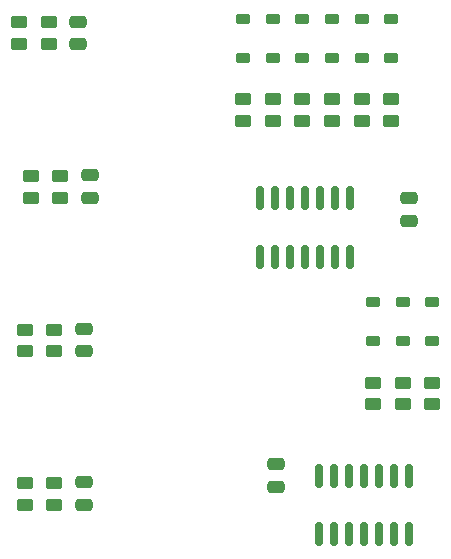
<source format=gbr>
G04 #@! TF.GenerationSoftware,KiCad,Pcbnew,7.0.7*
G04 #@! TF.CreationDate,2023-10-03T13:22:08+10:00*
G04 #@! TF.ProjectId,grbl_controller,6772626c-5f63-46f6-9e74-726f6c6c6572,rev?*
G04 #@! TF.SameCoordinates,Original*
G04 #@! TF.FileFunction,Paste,Top*
G04 #@! TF.FilePolarity,Positive*
%FSLAX46Y46*%
G04 Gerber Fmt 4.6, Leading zero omitted, Abs format (unit mm)*
G04 Created by KiCad (PCBNEW 7.0.7) date 2023-10-03 13:22:08*
%MOMM*%
%LPD*%
G01*
G04 APERTURE LIST*
G04 Aperture macros list*
%AMRoundRect*
0 Rectangle with rounded corners*
0 $1 Rounding radius*
0 $2 $3 $4 $5 $6 $7 $8 $9 X,Y pos of 4 corners*
0 Add a 4 corners polygon primitive as box body*
4,1,4,$2,$3,$4,$5,$6,$7,$8,$9,$2,$3,0*
0 Add four circle primitives for the rounded corners*
1,1,$1+$1,$2,$3*
1,1,$1+$1,$4,$5*
1,1,$1+$1,$6,$7*
1,1,$1+$1,$8,$9*
0 Add four rect primitives between the rounded corners*
20,1,$1+$1,$2,$3,$4,$5,0*
20,1,$1+$1,$4,$5,$6,$7,0*
20,1,$1+$1,$6,$7,$8,$9,0*
20,1,$1+$1,$8,$9,$2,$3,0*%
G04 Aperture macros list end*
%ADD10RoundRect,0.250000X0.450000X-0.262500X0.450000X0.262500X-0.450000X0.262500X-0.450000X-0.262500X0*%
%ADD11RoundRect,0.225000X0.375000X-0.225000X0.375000X0.225000X-0.375000X0.225000X-0.375000X-0.225000X0*%
%ADD12RoundRect,0.250000X-0.475000X0.250000X-0.475000X-0.250000X0.475000X-0.250000X0.475000X0.250000X0*%
%ADD13RoundRect,0.150000X-0.150000X0.825000X-0.150000X-0.825000X0.150000X-0.825000X0.150000X0.825000X0*%
%ADD14RoundRect,0.150000X0.150000X-0.825000X0.150000X0.825000X-0.150000X0.825000X-0.150000X-0.825000X0*%
%ADD15RoundRect,0.250000X0.475000X-0.250000X0.475000X0.250000X-0.475000X0.250000X-0.475000X-0.250000X0*%
G04 APERTURE END LIST*
D10*
X104000000Y-70000000D03*
X104000000Y-68175000D03*
D11*
X96500000Y-64650000D03*
X96500000Y-61350000D03*
D12*
X83500000Y-74600000D03*
X83500000Y-76500000D03*
D11*
X106500000Y-64650000D03*
X106500000Y-61350000D03*
X110000000Y-88650000D03*
X110000000Y-85350000D03*
D10*
X78500000Y-76500000D03*
X78500000Y-74675000D03*
D11*
X99000000Y-64650000D03*
X99000000Y-61350000D03*
D10*
X109000000Y-70000000D03*
X109000000Y-68175000D03*
X80000000Y-63500000D03*
X80000000Y-61675000D03*
D12*
X83000000Y-87600000D03*
X83000000Y-89500000D03*
D10*
X99000000Y-70000000D03*
X99000000Y-68175000D03*
X101500000Y-70000000D03*
X101500000Y-68175000D03*
D11*
X107500000Y-88650000D03*
X107500000Y-85350000D03*
X104000000Y-64650000D03*
X104000000Y-61350000D03*
D10*
X107500000Y-94000000D03*
X107500000Y-92175000D03*
X80500000Y-89500000D03*
X80500000Y-87675000D03*
X112500000Y-94000000D03*
X112500000Y-92175000D03*
X78000000Y-89500000D03*
X78000000Y-87675000D03*
D13*
X110500000Y-100050000D03*
X109230000Y-100050000D03*
X107960000Y-100050000D03*
X106690000Y-100050000D03*
X105420000Y-100050000D03*
X104150000Y-100050000D03*
X102880000Y-100050000D03*
X102880000Y-105000000D03*
X104150000Y-105000000D03*
X105420000Y-105000000D03*
X106690000Y-105000000D03*
X107960000Y-105000000D03*
X109230000Y-105000000D03*
X110500000Y-105000000D03*
D11*
X112500000Y-88650000D03*
X112500000Y-85350000D03*
D10*
X110000000Y-94000000D03*
X110000000Y-92175000D03*
D11*
X101500000Y-64650000D03*
X101500000Y-61350000D03*
D12*
X82500000Y-61600000D03*
X82500000Y-63500000D03*
D10*
X77500000Y-63500000D03*
X77500000Y-61675000D03*
X80500000Y-102500000D03*
X80500000Y-100675000D03*
D14*
X97880000Y-81500000D03*
X99150000Y-81500000D03*
X100420000Y-81500000D03*
X101690000Y-81500000D03*
X102960000Y-81500000D03*
X104230000Y-81500000D03*
X105500000Y-81500000D03*
X105500000Y-76550000D03*
X104230000Y-76550000D03*
X102960000Y-76550000D03*
X101690000Y-76550000D03*
X100420000Y-76550000D03*
X99150000Y-76550000D03*
X97880000Y-76550000D03*
D10*
X106500000Y-70000000D03*
X106500000Y-68175000D03*
X96500000Y-70000000D03*
X96500000Y-68175000D03*
D11*
X109000000Y-64650000D03*
X109000000Y-61350000D03*
D12*
X83000000Y-100600000D03*
X83000000Y-102500000D03*
X110500000Y-76550000D03*
X110500000Y-78450000D03*
D10*
X78000000Y-102500000D03*
X78000000Y-100675000D03*
X81000000Y-76500000D03*
X81000000Y-74675000D03*
D15*
X99240000Y-100975000D03*
X99240000Y-99075000D03*
M02*

</source>
